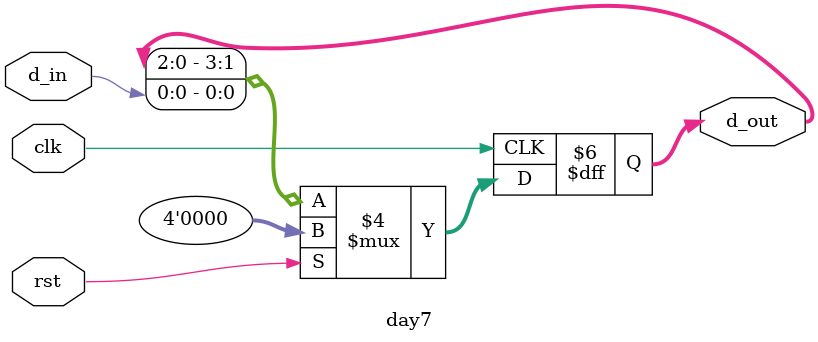
<source format=sv>
module day7(d_out,d_in,clk,rst);
parameter size = 3;
output reg [size:0] d_out;
input d_in,clk,rst;

always @(posedge clk)
begin
    if(rst == 1'b1) begin
        d_out <= 4'b0000;
    end
    else begin
        d_out <= {d_out[size-1:0],d_in};
    end
end

endmodule
</source>
